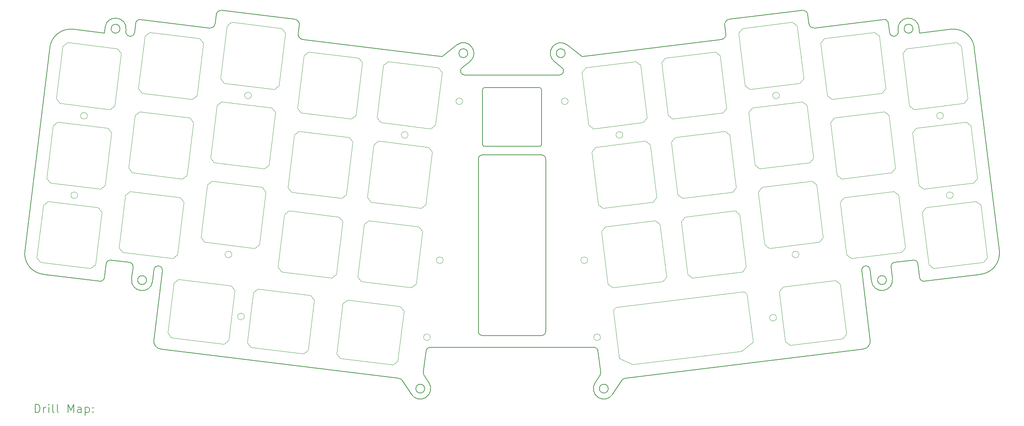
<source format=gbr>
%TF.GenerationSoftware,KiCad,Pcbnew,7.0.10-7.0.10~ubuntu23.04.1*%
%TF.CreationDate,Date%
%TF.ProjectId,plate_asym,706c6174-655f-4617-9379-6d2e6b696361,v0.1*%
%TF.SameCoordinates,Original*%
%TF.FileFunction,Drillmap*%
%TF.FilePolarity,Positive*%
%FSLAX45Y45*%
G04 Gerber Fmt 4.5, Leading zero omitted, Abs format (unit mm)*
G04 Created by KiCad*
%MOMM*%
%LPD*%
G01*
G04 APERTURE LIST*
%ADD10C,0.200000*%
%ADD11C,0.050000*%
G04 APERTURE END LIST*
D10*
X7768292Y-5899563D02*
X9505248Y-6112834D01*
X13000263Y-6996607D02*
X13352501Y-6720889D01*
X24349350Y-12254164D02*
G75*
G03*
X24460788Y-12341232I99260J12194D01*
G01*
X17344395Y-14654494D02*
X23002554Y-13959760D01*
X15313947Y-9135806D02*
X14013947Y-9135806D01*
X5019723Y-11927357D02*
X4979547Y-12254570D01*
X3086355Y-11619111D02*
G75*
G03*
X3521694Y-12176319I496255J-60949D01*
G01*
X13660987Y-7114385D02*
G75*
G03*
X13352501Y-6720889I-154247J196745D01*
G01*
X16636342Y-14759971D02*
G75*
G03*
X17055221Y-15032984I209438J-136509D01*
G01*
X13611743Y-6917636D02*
G75*
G03*
X13401743Y-6917636I-105000J0D01*
G01*
X13401743Y-6917636D02*
G75*
G03*
X13611743Y-6917636I105000J0D01*
G01*
X5131165Y-11840286D02*
G75*
G03*
X5019723Y-11927357I-12195J-99244D01*
G01*
X6155813Y-12066852D02*
X6121562Y-12345799D01*
X12273674Y-15033392D02*
X12056088Y-14699552D01*
X5574672Y-6512416D02*
X5582675Y-6513399D01*
X25807199Y-12175911D02*
G75*
G03*
X26242538Y-11618705I-60919J496261D01*
G01*
X9609729Y-6246564D02*
X9583984Y-6456240D01*
X23002554Y-13959759D02*
G75*
G03*
X23176689Y-13736877I-24374J198509D01*
G01*
X12720579Y-13914990D02*
X16608264Y-13914636D01*
X24349347Y-12254164D02*
X24309170Y-11926951D01*
X5487603Y-6400975D02*
G75*
G03*
X5574672Y-6512416I99257J-12185D01*
G01*
X6152205Y-13737283D02*
X6354315Y-12091221D01*
X5659546Y-12005918D02*
G75*
G03*
X5572472Y-11894475I-99266J12178D01*
G01*
X5625289Y-12284864D02*
X5659540Y-12005917D01*
X21720071Y-6213315D02*
G75*
G03*
X21853807Y-6317795I119129J14655D01*
G01*
X6326340Y-13960166D02*
X11984498Y-14654900D01*
X24335684Y-6303549D02*
G75*
G03*
X23836896Y-6364792I-249394J-30621D01*
G01*
X23207331Y-12345393D02*
X23173081Y-12066446D01*
X7475087Y-6318200D02*
G75*
G03*
X7608817Y-6213720I14613J119120D01*
G01*
X19640428Y-6589563D02*
G75*
G03*
X19744910Y-6455834I-14608J119093D01*
G01*
X23207335Y-12345393D02*
G75*
G03*
X23703604Y-12284458I248135J30463D01*
G01*
X14013947Y-7735806D02*
X15313947Y-7735806D01*
X9583985Y-6456240D02*
G75*
G03*
X9688465Y-6589969I119085J-14640D01*
G01*
X13477932Y-7257363D02*
G75*
G03*
X13539500Y-7436170I61558J-78807D01*
G01*
X9609728Y-6246564D02*
G75*
G03*
X9505248Y-6112834I-119118J14614D01*
G01*
X25648849Y-6783501D02*
X26242538Y-11618705D01*
X15927151Y-6917230D02*
G75*
G03*
X15717151Y-6917230I-105000J0D01*
G01*
X15717151Y-6917230D02*
G75*
G03*
X15927151Y-6917230I105000J0D01*
G01*
X15464069Y-9434813D02*
X15464069Y-13534813D01*
X13539500Y-7436170D02*
X15789529Y-7435847D01*
X24352305Y-6438942D02*
X25091641Y-6348163D01*
X15364069Y-13634813D02*
X13964069Y-13634813D01*
X13660985Y-7114383D02*
X13477930Y-7257360D01*
X5491997Y-6365198D02*
G75*
G03*
X4993213Y-6303955I-249392J30621D01*
G01*
X21853807Y-6317795D02*
X23495992Y-6116160D01*
X5625289Y-12284864D02*
G75*
G03*
X6121562Y-12345799I248137J-30467D01*
G01*
X16170920Y-6872985D02*
X16328630Y-6996201D01*
X4237252Y-6348569D02*
X4976589Y-6439348D01*
X5832901Y-6116571D02*
G75*
G03*
X5721460Y-6203634I-12191J-99249D01*
G01*
X12720579Y-13914988D02*
G75*
G03*
X12621475Y-14001701I11J-100002D01*
G01*
X23756422Y-11894072D02*
G75*
G03*
X23669354Y-12005511I12178J-99248D01*
G01*
X15976392Y-6720482D02*
X16170920Y-6872985D01*
X4237252Y-6348570D02*
G75*
G03*
X3680044Y-6783907I-60922J-496290D01*
G01*
X13864077Y-13534813D02*
G75*
G03*
X13964069Y-13634813I100023J23D01*
G01*
X19744910Y-6455834D02*
X19719165Y-6246158D01*
X23669354Y-12005511D02*
X23703604Y-12284458D01*
X23560468Y-12314926D02*
G75*
G03*
X23350468Y-12314926I-105000J0D01*
G01*
X23350468Y-12314926D02*
G75*
G03*
X23560468Y-12314926I105000J0D01*
G01*
X5832902Y-6116566D02*
X7475087Y-6318201D01*
X15363954Y-7785806D02*
G75*
G03*
X15313947Y-7735806I-50004J-4D01*
G01*
X25807199Y-12175913D02*
X24460788Y-12341232D01*
X23607431Y-6203228D02*
G75*
G03*
X23495992Y-6116160I-99251J-12182D01*
G01*
X17272806Y-14699146D02*
X17055220Y-15032986D01*
X15363947Y-7785806D02*
X15363947Y-9085806D01*
X4868105Y-12341637D02*
G75*
G03*
X4979547Y-12254570I12185J99257D01*
G01*
X5582675Y-6513397D02*
G75*
G03*
X5694116Y-6426331I12185J99257D01*
G01*
X16707385Y-14001340D02*
X16774719Y-14503251D01*
X23634779Y-6425925D02*
G75*
G03*
X23746219Y-6512993I99261J12195D01*
G01*
X13964069Y-9334813D02*
X15364069Y-9334813D01*
X16707385Y-14001340D02*
G75*
G03*
X16608264Y-13914636I-99115J-13300D01*
G01*
X19823646Y-6112429D02*
X21560602Y-5899157D01*
X12588114Y-14896882D02*
G75*
G03*
X12378114Y-14896882I-105000J0D01*
G01*
X12378114Y-14896882D02*
G75*
G03*
X12588114Y-14896882I105000J0D01*
G01*
X24191288Y-6334171D02*
G75*
G03*
X23981288Y-6334171I-105000J0D01*
G01*
X23981288Y-6334171D02*
G75*
G03*
X24191288Y-6334171I105000J0D01*
G01*
X23836896Y-6364792D02*
X23841289Y-6400569D01*
X23607433Y-6203228D02*
X23634777Y-6425925D01*
X13964069Y-9334809D02*
G75*
G03*
X13864069Y-9434813I1J-100001D01*
G01*
X25648854Y-6783501D02*
G75*
G03*
X25091641Y-6348163I-496284J-60949D01*
G01*
X12273673Y-15033389D02*
G75*
G03*
X12692555Y-14760375I209444J136503D01*
G01*
X9688465Y-6589970D02*
X13000263Y-6996607D01*
X16328630Y-6996201D02*
X19640428Y-6589564D01*
X15313947Y-9135807D02*
G75*
G03*
X15363947Y-9085806I3J49997D01*
G01*
X24309168Y-11926952D02*
G75*
G03*
X24197729Y-11839884I-99248J-12178D01*
G01*
X15464067Y-9434813D02*
G75*
G03*
X15364069Y-9334813I-99997J3D01*
G01*
X16636338Y-14759969D02*
X16759388Y-14571135D01*
X15976392Y-6720483D02*
G75*
G03*
X15667909Y-7113977I-154242J-196747D01*
G01*
X13963947Y-9085806D02*
X13963947Y-7785806D01*
X15789529Y-7435849D02*
G75*
G03*
X15851070Y-7257038I-9J99999D01*
G01*
X16950780Y-14896476D02*
G75*
G03*
X16740779Y-14896476I-105000J0D01*
G01*
X16740779Y-14896476D02*
G75*
G03*
X16950780Y-14896476I105000J0D01*
G01*
X4868105Y-12341638D02*
X3521694Y-12176319D01*
X23756422Y-11894069D02*
X24197729Y-11839884D01*
X5131165Y-11840290D02*
X5572472Y-11894475D01*
X12554177Y-14503658D02*
G75*
G03*
X12569505Y-14571541I99113J-13292D01*
G01*
X12569505Y-14571541D02*
X12692555Y-14760375D01*
X5487605Y-6400975D02*
X5491997Y-6365198D01*
X17344396Y-14654496D02*
G75*
G03*
X17272806Y-14699146I12184J-99254D01*
G01*
X21694332Y-6003638D02*
X21720076Y-6213314D01*
X23173082Y-12066442D02*
G75*
G03*
X22974578Y-12090815I-99252J-12188D01*
G01*
X24352260Y-6438580D02*
X24335681Y-6303549D01*
X16759388Y-14571135D02*
G75*
G03*
X16774719Y-14503251I-83778J54595D01*
G01*
X6152205Y-13737283D02*
G75*
G03*
X6326340Y-13960166I198505J-24377D01*
G01*
X13864069Y-13534813D02*
X13864069Y-9434813D01*
X19823646Y-6112427D02*
G75*
G03*
X19719165Y-6246158I14634J-119113D01*
G01*
X23746219Y-6512993D02*
X23754221Y-6512010D01*
X7608817Y-6213720D02*
X7634562Y-6004044D01*
X5978426Y-12315332D02*
G75*
G03*
X5768426Y-12315332I-105000J0D01*
G01*
X5768426Y-12315332D02*
G75*
G03*
X5978426Y-12315332I105000J0D01*
G01*
X12554174Y-14503657D02*
X12621475Y-14001701D01*
X5694116Y-6426331D02*
X5721460Y-6203634D01*
X12056089Y-14699551D02*
G75*
G03*
X11984498Y-14654900I-83779J-54609D01*
G01*
X15851070Y-7257038D02*
X15667909Y-7113977D01*
X13963954Y-9085806D02*
G75*
G03*
X14013947Y-9135806I49996J-4D01*
G01*
X5347605Y-6334577D02*
G75*
G03*
X5137605Y-6334577I-105000J0D01*
G01*
X5137605Y-6334577D02*
G75*
G03*
X5347605Y-6334577I105000J0D01*
G01*
X15364069Y-13634819D02*
G75*
G03*
X15464069Y-13534813I-9J100009D01*
G01*
X14013947Y-7735807D02*
G75*
G03*
X13963947Y-7785806I3J-50003D01*
G01*
X3086356Y-11619111D02*
X3680044Y-6783907D01*
X4993213Y-6303955D02*
X4976633Y-6438986D01*
X21694340Y-6003637D02*
G75*
G03*
X21560602Y-5899157I-119120J-14643D01*
G01*
X23754221Y-6512008D02*
G75*
G03*
X23841289Y-6400569I-12191J99258D01*
G01*
X22974578Y-12090815D02*
X23176689Y-13736877D01*
X6354308Y-12091220D02*
G75*
G03*
X6155813Y-12066848I-99248J12180D01*
G01*
X7768292Y-5899557D02*
G75*
G03*
X7634562Y-6004044I-14603J-119133D01*
G01*
D11*
X19960333Y-10667365D02*
X18769278Y-10813608D01*
X19960333Y-10667365D02*
X20071774Y-10754433D01*
X18682210Y-10925050D02*
X18769278Y-10813608D01*
X18682210Y-10925050D02*
X18835765Y-12175658D01*
X20225330Y-12005041D02*
X20071774Y-10754433D01*
X18835765Y-12175658D02*
X18947207Y-12262726D01*
X20138262Y-12116482D02*
X20225330Y-12005041D01*
X18947207Y-12262726D02*
X20138262Y-12116482D01*
X21793093Y-9962504D02*
X20602038Y-10108747D01*
X21793093Y-9962504D02*
X21904535Y-10049572D01*
X20514970Y-10220189D02*
X20602038Y-10108747D01*
X20514970Y-10220189D02*
X20668525Y-11470797D01*
X22058090Y-11300180D02*
X21904535Y-10049572D01*
X20668525Y-11470797D02*
X20779967Y-11557864D01*
X21971022Y-11411621D02*
X22058090Y-11300180D01*
X20779967Y-11557864D02*
X21971022Y-11411621D01*
X11544755Y-8567043D02*
X12735810Y-8713286D01*
X11544755Y-8567043D02*
X11457687Y-8455601D01*
X12847252Y-8626218D02*
X12735810Y-8713286D01*
X12847252Y-8626218D02*
X13000807Y-7375610D01*
X11611243Y-7204993D02*
X11457687Y-8455601D01*
X13000807Y-7375610D02*
X12913739Y-7264169D01*
X11722684Y-7117925D02*
X11611243Y-7204993D01*
X12913739Y-7264169D02*
X11722684Y-7117925D01*
X11312594Y-10457843D02*
X12503649Y-10604086D01*
X11312594Y-10457843D02*
X11225526Y-10346402D01*
X12615091Y-10517019D02*
X12503649Y-10604086D01*
X12615091Y-10517019D02*
X12768646Y-9266411D01*
X11379081Y-9095794D02*
X11225526Y-10346402D01*
X12768646Y-9266411D02*
X12681578Y-9154969D01*
X11490523Y-9008726D02*
X11379081Y-9095794D01*
X12681578Y-9154969D02*
X11490523Y-9008726D01*
X8517826Y-12613313D02*
X8371583Y-13804369D01*
X8517826Y-12613313D02*
X8629268Y-12526246D01*
X8458651Y-13915810D02*
X8371583Y-13804369D01*
X8458651Y-13915810D02*
X9709259Y-14069366D01*
X9879876Y-12679801D02*
X8629268Y-12526246D01*
X9709259Y-14069366D02*
X9820701Y-13982298D01*
X9966944Y-12791242D02*
X9879876Y-12679801D01*
X9820701Y-13982298D02*
X9966944Y-12791242D01*
X23741934Y-10203043D02*
X22550878Y-10349286D01*
X23741934Y-10203043D02*
X23853375Y-10290111D01*
X22463811Y-10460728D02*
X22550878Y-10349286D01*
X22463811Y-10460728D02*
X22617366Y-11711336D01*
X24006931Y-11540719D02*
X23853375Y-10290111D01*
X22617366Y-11711336D02*
X22728808Y-11798403D01*
X23919863Y-11652160D02*
X24006931Y-11540719D01*
X22728808Y-11798403D02*
X23919863Y-11652160D01*
X15996897Y-8060706D02*
G75*
G03*
X15836897Y-8060706I-80000J0D01*
G01*
X15836897Y-8060706D02*
G75*
G03*
X15996897Y-8060706I80000J0D01*
G01*
X23509773Y-8312242D02*
X22318717Y-8458486D01*
X23509773Y-8312242D02*
X23621214Y-8399310D01*
X22231650Y-8569927D02*
X22318717Y-8458486D01*
X22231650Y-8569927D02*
X22385205Y-9820535D01*
X23774770Y-9649918D02*
X23621214Y-8399310D01*
X22385205Y-9820535D02*
X22496646Y-9907603D01*
X23687702Y-9761360D02*
X23774770Y-9649918D01*
X22496646Y-9907603D02*
X23687702Y-9761360D01*
X12721814Y-13675067D02*
G75*
G03*
X12561814Y-13675067I-80000J0D01*
G01*
X12561814Y-13675067D02*
G75*
G03*
X12721814Y-13675067I80000J0D01*
G01*
X6627026Y-12381152D02*
X6480783Y-13572208D01*
X6627026Y-12381152D02*
X6738467Y-12294085D01*
X6567850Y-13683649D02*
X6480783Y-13572208D01*
X6567850Y-13683649D02*
X7818458Y-13837205D01*
X7989075Y-12447640D02*
X6738467Y-12294085D01*
X7818458Y-13837205D02*
X7929900Y-13750137D01*
X8076143Y-12559082D02*
X7989075Y-12447640D01*
X7929900Y-13750137D02*
X8076143Y-12559082D01*
X20947497Y-13211116D02*
G75*
G03*
X20787497Y-13211116I-80000J0D01*
G01*
X20787497Y-13211116D02*
G75*
G03*
X20947497Y-13211116I80000J0D01*
G01*
X24915353Y-8405144D02*
G75*
G03*
X24755353Y-8405144I-80000J0D01*
G01*
X24755353Y-8405144D02*
G75*
G03*
X24915353Y-8405144I80000J0D01*
G01*
X16766080Y-13675067D02*
G75*
G03*
X16606080Y-13675067I-80000J0D01*
G01*
X16606080Y-13675067D02*
G75*
G03*
X16766080Y-13675067I80000J0D01*
G01*
X13026675Y-11842307D02*
G75*
G03*
X12866675Y-11842307I-80000J0D01*
G01*
X12866675Y-11842307D02*
G75*
G03*
X13026675Y-11842307I80000J0D01*
G01*
X5408032Y-11652160D02*
X6599087Y-11798403D01*
X5408032Y-11652160D02*
X5320964Y-11540719D01*
X6710528Y-11711336D02*
X6599087Y-11798403D01*
X6710528Y-11711336D02*
X6864084Y-10460728D01*
X5474519Y-10290111D02*
X5320964Y-11540719D01*
X6864084Y-10460728D02*
X6777016Y-10349286D01*
X5585961Y-10203043D02*
X5474519Y-10290111D01*
X6777016Y-10349286D02*
X5585961Y-10203043D01*
X18069533Y-10899526D02*
X16878477Y-11045769D01*
X18069533Y-10899526D02*
X18180974Y-10986594D01*
X16791409Y-11157211D02*
X16878477Y-11045769D01*
X16791409Y-11157211D02*
X16944965Y-12407819D01*
X18334529Y-12237202D02*
X18180974Y-10986594D01*
X16944965Y-12407819D02*
X17056406Y-12494887D01*
X18247462Y-12348644D02*
X18334529Y-12237202D01*
X17056406Y-12494887D02*
X18247462Y-12348644D01*
X9653955Y-8334882D02*
X10845010Y-8481125D01*
X9653955Y-8334882D02*
X9566887Y-8223440D01*
X10956451Y-8394057D02*
X10845010Y-8481125D01*
X10956451Y-8394057D02*
X11110007Y-7143449D01*
X9720442Y-6972832D02*
X9566887Y-8223440D01*
X11110007Y-7143449D02*
X11022939Y-7032007D01*
X9831884Y-6885764D02*
X9720442Y-6972832D01*
X11022939Y-7032007D02*
X9831884Y-6885764D01*
X4340380Y-10295944D02*
G75*
G03*
X4180380Y-10295944I-80000J0D01*
G01*
X4180380Y-10295944D02*
G75*
G03*
X4340380Y-10295944I80000J0D01*
G01*
X11080433Y-12348644D02*
X12271488Y-12494887D01*
X11080433Y-12348644D02*
X10993365Y-12237202D01*
X12382930Y-12407819D02*
X12271488Y-12494887D01*
X12382930Y-12407819D02*
X12536485Y-11157211D01*
X11146920Y-10986594D02*
X10993365Y-12237202D01*
X12536485Y-11157211D02*
X12449417Y-11045769D01*
X11258362Y-10899526D02*
X11146920Y-10986594D01*
X12449417Y-11045769D02*
X11258362Y-10899526D01*
X10644977Y-12874494D02*
X10498734Y-14065550D01*
X10644977Y-12874494D02*
X10756418Y-12787427D01*
X10585801Y-14176991D02*
X10498734Y-14065550D01*
X10585801Y-14176991D02*
X11836409Y-14330547D01*
X12007026Y-12940982D02*
X10756418Y-12787427D01*
X11836409Y-14330547D02*
X11947851Y-14243479D01*
X12094094Y-13052424D02*
X12007026Y-12940982D01*
X11947851Y-14243479D02*
X12094094Y-13052424D01*
X3691352Y-10001899D02*
X4882407Y-10148142D01*
X3691352Y-10001899D02*
X3604284Y-9890457D01*
X4993849Y-10061074D02*
X4882407Y-10148142D01*
X4993849Y-10061074D02*
X5147404Y-8810466D01*
X3757840Y-8639849D02*
X3604284Y-9890457D01*
X5147404Y-8810466D02*
X5060337Y-8699025D01*
X3869281Y-8552782D02*
X3757840Y-8639849D01*
X5060337Y-8699025D02*
X3869281Y-8552782D01*
X23277612Y-6421442D02*
X22086556Y-6567685D01*
X23277612Y-6421442D02*
X23389053Y-6508510D01*
X21999489Y-6679127D02*
X22086556Y-6567685D01*
X21999489Y-6679127D02*
X22153044Y-7929735D01*
X23542608Y-7759118D02*
X23389053Y-6508510D01*
X22153044Y-7929735D02*
X22264485Y-8016803D01*
X23455541Y-7870559D02*
X23542608Y-7759118D01*
X22264485Y-8016803D02*
X23455541Y-7870559D01*
X25226452Y-6661981D02*
X24035397Y-6808224D01*
X25226452Y-6661981D02*
X25337894Y-6749049D01*
X23948329Y-6919666D02*
X24035397Y-6808224D01*
X23948329Y-6919666D02*
X24101885Y-8170274D01*
X25491449Y-7999657D02*
X25337894Y-6749049D01*
X24101885Y-8170274D02*
X24213326Y-8257342D01*
X25404381Y-8111098D02*
X25491449Y-7999657D01*
X24213326Y-8257342D02*
X25404381Y-8111098D01*
X5640193Y-9761360D02*
X6831248Y-9907603D01*
X5640193Y-9761360D02*
X5553125Y-9649918D01*
X6942689Y-9820535D02*
X6831248Y-9907603D01*
X6942689Y-9820535D02*
X7096245Y-8569927D01*
X5706680Y-8399310D02*
X5553125Y-9649918D01*
X7096245Y-8569927D02*
X7009177Y-8458486D01*
X5818122Y-8312242D02*
X5706680Y-8399310D01*
X7009177Y-8458486D02*
X5818122Y-8312242D01*
X3923513Y-8111098D02*
X5114568Y-8257342D01*
X3923513Y-8111098D02*
X3836445Y-7999657D01*
X5226010Y-8170274D02*
X5114568Y-8257342D01*
X5226010Y-8170274D02*
X5379565Y-6919666D01*
X3990001Y-6749049D02*
X3836445Y-7999657D01*
X5379565Y-6919666D02*
X5292498Y-6808224D01*
X4101442Y-6661981D02*
X3990001Y-6749049D01*
X5292498Y-6808224D02*
X4101442Y-6661981D01*
X5872354Y-7870559D02*
X7063409Y-8016803D01*
X5872354Y-7870559D02*
X5785286Y-7759118D01*
X7174851Y-7929735D02*
X7063409Y-8016803D01*
X7174851Y-7929735D02*
X7328406Y-6679127D01*
X5938841Y-6508510D02*
X5785286Y-7759118D01*
X7328406Y-6679127D02*
X7241338Y-6567685D01*
X6050283Y-6421442D02*
X5938841Y-6508510D01*
X7241338Y-6567685D02*
X6050283Y-6421442D01*
X7589033Y-9520821D02*
X8780089Y-9667064D01*
X7589033Y-9520821D02*
X7501966Y-9409379D01*
X8891530Y-9579996D02*
X8780089Y-9667064D01*
X8891530Y-9579996D02*
X9045086Y-8329388D01*
X7655521Y-8158771D02*
X7501966Y-9409379D01*
X9045086Y-8329388D02*
X8958018Y-8217947D01*
X7766962Y-8071703D02*
X7655521Y-8158771D01*
X8958018Y-8217947D02*
X7766962Y-8071703D01*
X25690911Y-10443261D02*
X24499856Y-10589504D01*
X25690911Y-10443261D02*
X25802353Y-10530328D01*
X24412788Y-10700945D02*
X24499856Y-10589504D01*
X24412788Y-10700945D02*
X24566344Y-11951553D01*
X25955908Y-11780936D02*
X25802353Y-10530328D01*
X24566344Y-11951553D02*
X24677785Y-12038621D01*
X25868840Y-11892378D02*
X25955908Y-11780936D01*
X24677785Y-12038621D02*
X25868840Y-11892378D01*
X16461219Y-11842307D02*
G75*
G03*
X16301219Y-11842307I-80000J0D01*
G01*
X16301219Y-11842307D02*
G75*
G03*
X16461219Y-11842307I80000J0D01*
G01*
X8470223Y-7924065D02*
G75*
G03*
X8310223Y-7924065I-80000J0D01*
G01*
X8310223Y-7924065D02*
G75*
G03*
X8470223Y-7924065I80000J0D01*
G01*
X13490998Y-8060706D02*
G75*
G03*
X13330998Y-8060706I-80000J0D01*
G01*
X13330998Y-8060706D02*
G75*
G03*
X13490998Y-8060706I80000J0D01*
G01*
X8005284Y-11705585D02*
G75*
G03*
X7845284Y-11705585I-80000J0D01*
G01*
X7845284Y-11705585D02*
G75*
G03*
X8005284Y-11705585I80000J0D01*
G01*
X21017672Y-7924065D02*
G75*
G03*
X20857672Y-7924065I-80000J0D01*
G01*
X20857672Y-7924065D02*
G75*
G03*
X21017672Y-7924065I80000J0D01*
G01*
X17294727Y-8861006D02*
G75*
G03*
X17134727Y-8861006I-80000J0D01*
G01*
X17134727Y-8861006D02*
G75*
G03*
X17294727Y-8861006I80000J0D01*
G01*
X3459808Y-11892781D02*
X4650863Y-12039024D01*
X3459808Y-11892781D02*
X3372740Y-11781340D01*
X4762305Y-11951957D02*
X4650863Y-12039024D01*
X4762305Y-11951957D02*
X4915860Y-10701349D01*
X3526295Y-10530732D02*
X3372740Y-11781340D01*
X4915860Y-10701349D02*
X4828792Y-10589907D01*
X3637737Y-10443664D02*
X3526295Y-10530732D01*
X4828792Y-10589907D02*
X3637737Y-10443664D01*
X21482610Y-11705584D02*
G75*
G03*
X21322610Y-11705584I-80000J0D01*
G01*
X21322610Y-11705584D02*
G75*
G03*
X21482610Y-11705584I80000J0D01*
G01*
X9189632Y-12116482D02*
X10380688Y-12262726D01*
X9189632Y-12116482D02*
X9102565Y-12005041D01*
X10492129Y-12175658D02*
X10380688Y-12262726D01*
X10492129Y-12175658D02*
X10645685Y-10925050D01*
X9256120Y-10754433D02*
X9102565Y-12005041D01*
X10645685Y-10925050D02*
X10558617Y-10813608D01*
X9367562Y-10667365D02*
X9256120Y-10754433D01*
X10558617Y-10813608D02*
X9367562Y-10667365D01*
X17215341Y-14180931D02*
X17079456Y-13074242D01*
X17215341Y-14180931D02*
X17535041Y-14323029D01*
X17166524Y-12962801D02*
X20144162Y-12597193D01*
X20115661Y-14006168D02*
X17535041Y-14323029D01*
X20255604Y-12684260D02*
X20391488Y-13790949D01*
X20391488Y-13790949D02*
X20115661Y-14006168D01*
X17166524Y-12962801D02*
G75*
G03*
X17079456Y-13074242I12187J-99254D01*
G01*
X20255604Y-12684260D02*
G75*
G03*
X20144162Y-12597193I-99255J-12187D01*
G01*
X7356872Y-11411621D02*
X8547928Y-11557864D01*
X7356872Y-11411621D02*
X7269804Y-11300180D01*
X8659369Y-11470797D02*
X8547928Y-11557864D01*
X8659369Y-11470797D02*
X8812925Y-10220189D01*
X7423360Y-10049572D02*
X7269804Y-11300180D01*
X8812925Y-10220189D02*
X8725857Y-10108747D01*
X7534801Y-9962504D02*
X7423360Y-10049572D01*
X8725857Y-10108747D02*
X7534801Y-9962504D01*
X25458613Y-8552782D02*
X24267558Y-8699025D01*
X25458613Y-8552782D02*
X25570055Y-8639849D01*
X24180490Y-8810466D02*
X24267558Y-8699025D01*
X24180490Y-8810466D02*
X24334046Y-10061074D01*
X25723610Y-9890457D02*
X25570055Y-8639849D01*
X24334046Y-10061074D02*
X24445487Y-10148142D01*
X25636543Y-10001899D02*
X25723610Y-9890457D01*
X24445487Y-10148142D02*
X25636543Y-10001899D01*
X17605210Y-7117925D02*
X16414155Y-7264169D01*
X17605210Y-7117925D02*
X17716652Y-7204993D01*
X16327087Y-7375610D02*
X16414155Y-7264169D01*
X16327087Y-7375610D02*
X16480643Y-8626218D01*
X17870207Y-8455601D02*
X17716652Y-7204993D01*
X16480643Y-8626218D02*
X16592084Y-8713286D01*
X17783140Y-8567043D02*
X17870207Y-8455601D01*
X16592084Y-8713286D02*
X17783140Y-8567043D01*
X8303863Y-13181725D02*
G75*
G03*
X8143863Y-13181725I-80000J0D01*
G01*
X8143863Y-13181725D02*
G75*
G03*
X8303863Y-13181725I80000J0D01*
G01*
X19728172Y-8776565D02*
X18537116Y-8922808D01*
X19728172Y-8776565D02*
X19839613Y-8863632D01*
X18450049Y-9034250D02*
X18537116Y-8922808D01*
X18450049Y-9034250D02*
X18603604Y-10284858D01*
X19993169Y-10114241D02*
X19839613Y-8863632D01*
X18603604Y-10284858D02*
X18715046Y-10371925D01*
X19906101Y-10225682D02*
X19993169Y-10114241D01*
X18715046Y-10371925D02*
X19906101Y-10225682D01*
X12193167Y-8861006D02*
G75*
G03*
X12033167Y-8861006I-80000J0D01*
G01*
X12033167Y-8861006D02*
G75*
G03*
X12193167Y-8861006I80000J0D01*
G01*
X25147514Y-10295944D02*
G75*
G03*
X24987514Y-10295944I-80000J0D01*
G01*
X24987514Y-10295944D02*
G75*
G03*
X25147514Y-10295944I80000J0D01*
G01*
X17837371Y-9008726D02*
X16646316Y-9154969D01*
X17837371Y-9008726D02*
X17948813Y-9095794D01*
X16559248Y-9266411D02*
X16646316Y-9154969D01*
X16559248Y-9266411D02*
X16712804Y-10517019D01*
X18102368Y-10346402D02*
X17948813Y-9095794D01*
X16712804Y-10517019D02*
X16824245Y-10604086D01*
X18015301Y-10457843D02*
X18102368Y-10346402D01*
X16824245Y-10604086D02*
X18015301Y-10457843D01*
X4572542Y-8405144D02*
G75*
G03*
X4412542Y-8405144I-80000J0D01*
G01*
X4412542Y-8405144D02*
G75*
G03*
X4572542Y-8405144I80000J0D01*
G01*
X21328771Y-6180903D02*
X20137716Y-6327146D01*
X21328771Y-6180903D02*
X21440212Y-6267971D01*
X20050648Y-6438588D02*
X20137716Y-6327146D01*
X20050648Y-6438588D02*
X20204203Y-7689196D01*
X21593768Y-7518579D02*
X21440212Y-6267971D01*
X20204203Y-7689196D02*
X20315645Y-7776264D01*
X21506700Y-7630020D02*
X21593768Y-7518579D01*
X20315645Y-7776264D02*
X21506700Y-7630020D01*
X19496011Y-6885764D02*
X18304955Y-7032007D01*
X19496011Y-6885764D02*
X19607452Y-6972832D01*
X18217888Y-7143449D02*
X18304955Y-7032007D01*
X18217888Y-7143449D02*
X18371443Y-8394057D01*
X19761008Y-8223440D02*
X19607452Y-6972832D01*
X18371443Y-8394057D02*
X18482885Y-8481125D01*
X19673940Y-8334882D02*
X19761008Y-8223440D01*
X18482885Y-8481125D02*
X19673940Y-8334882D01*
X21015354Y-12588151D02*
X21161597Y-13779207D01*
X21015354Y-12588151D02*
X21102422Y-12476710D01*
X21273039Y-13866274D02*
X21161597Y-13779207D01*
X21273039Y-13866274D02*
X22523647Y-13712719D01*
X22353030Y-12323154D02*
X21102422Y-12476710D01*
X22523647Y-13712719D02*
X22610715Y-13601277D01*
X22464471Y-12410222D02*
X22353030Y-12323154D01*
X22610715Y-13601277D02*
X22464471Y-12410222D01*
X7821194Y-7630020D02*
X9012250Y-7776264D01*
X7821194Y-7630020D02*
X7734127Y-7518579D01*
X9123691Y-7689196D02*
X9012250Y-7776264D01*
X9123691Y-7689196D02*
X9277247Y-6438588D01*
X7887682Y-6267971D02*
X7734127Y-7518579D01*
X9277247Y-6438588D02*
X9190179Y-6327146D01*
X7999124Y-6180903D02*
X7887682Y-6267971D01*
X9190179Y-6327146D02*
X7999124Y-6180903D01*
X9421793Y-10225682D02*
X10612849Y-10371925D01*
X9421793Y-10225682D02*
X9334726Y-10114241D01*
X10724290Y-10284858D02*
X10612849Y-10371925D01*
X10724290Y-10284858D02*
X10877846Y-9034250D01*
X9488281Y-8863632D02*
X9334726Y-10114241D01*
X10877846Y-9034250D02*
X10790778Y-8922808D01*
X9599723Y-8776565D02*
X9488281Y-8863632D01*
X10790778Y-8922808D02*
X9599723Y-8776565D01*
X21560932Y-8071703D02*
X20369877Y-8217947D01*
X21560932Y-8071703D02*
X21672374Y-8158771D01*
X20282809Y-8329388D02*
X20369877Y-8217947D01*
X20282809Y-8329388D02*
X20436364Y-9579996D01*
X21825929Y-9409379D02*
X21672374Y-8158771D01*
X20436364Y-9579996D02*
X20547806Y-9667064D01*
X21738861Y-9520821D02*
X21825929Y-9409379D01*
X20547806Y-9667064D02*
X21738861Y-9520821D01*
D10*
X3333403Y-15468369D02*
X3333403Y-15268369D01*
X3333403Y-15268369D02*
X3381022Y-15268369D01*
X3381022Y-15268369D02*
X3409593Y-15277893D01*
X3409593Y-15277893D02*
X3428641Y-15296941D01*
X3428641Y-15296941D02*
X3438165Y-15315988D01*
X3438165Y-15315988D02*
X3447689Y-15354084D01*
X3447689Y-15354084D02*
X3447689Y-15382655D01*
X3447689Y-15382655D02*
X3438165Y-15420750D01*
X3438165Y-15420750D02*
X3428641Y-15439798D01*
X3428641Y-15439798D02*
X3409593Y-15458846D01*
X3409593Y-15458846D02*
X3381022Y-15468369D01*
X3381022Y-15468369D02*
X3333403Y-15468369D01*
X3533403Y-15468369D02*
X3533403Y-15335036D01*
X3533403Y-15373131D02*
X3542927Y-15354084D01*
X3542927Y-15354084D02*
X3552450Y-15344560D01*
X3552450Y-15344560D02*
X3571498Y-15335036D01*
X3571498Y-15335036D02*
X3590546Y-15335036D01*
X3657212Y-15468369D02*
X3657212Y-15335036D01*
X3657212Y-15268369D02*
X3647689Y-15277893D01*
X3647689Y-15277893D02*
X3657212Y-15287417D01*
X3657212Y-15287417D02*
X3666736Y-15277893D01*
X3666736Y-15277893D02*
X3657212Y-15268369D01*
X3657212Y-15268369D02*
X3657212Y-15287417D01*
X3781022Y-15468369D02*
X3761974Y-15458846D01*
X3761974Y-15458846D02*
X3752450Y-15439798D01*
X3752450Y-15439798D02*
X3752450Y-15268369D01*
X3885784Y-15468369D02*
X3866736Y-15458846D01*
X3866736Y-15458846D02*
X3857212Y-15439798D01*
X3857212Y-15439798D02*
X3857212Y-15268369D01*
X4114355Y-15468369D02*
X4114355Y-15268369D01*
X4114355Y-15268369D02*
X4181022Y-15411227D01*
X4181022Y-15411227D02*
X4247689Y-15268369D01*
X4247689Y-15268369D02*
X4247689Y-15468369D01*
X4428641Y-15468369D02*
X4428641Y-15363608D01*
X4428641Y-15363608D02*
X4419117Y-15344560D01*
X4419117Y-15344560D02*
X4400070Y-15335036D01*
X4400070Y-15335036D02*
X4361974Y-15335036D01*
X4361974Y-15335036D02*
X4342927Y-15344560D01*
X4428641Y-15458846D02*
X4409593Y-15468369D01*
X4409593Y-15468369D02*
X4361974Y-15468369D01*
X4361974Y-15468369D02*
X4342927Y-15458846D01*
X4342927Y-15458846D02*
X4333403Y-15439798D01*
X4333403Y-15439798D02*
X4333403Y-15420750D01*
X4333403Y-15420750D02*
X4342927Y-15401703D01*
X4342927Y-15401703D02*
X4361974Y-15392179D01*
X4361974Y-15392179D02*
X4409593Y-15392179D01*
X4409593Y-15392179D02*
X4428641Y-15382655D01*
X4523879Y-15335036D02*
X4523879Y-15535036D01*
X4523879Y-15344560D02*
X4542927Y-15335036D01*
X4542927Y-15335036D02*
X4581022Y-15335036D01*
X4581022Y-15335036D02*
X4600070Y-15344560D01*
X4600070Y-15344560D02*
X4609593Y-15354084D01*
X4609593Y-15354084D02*
X4619117Y-15373131D01*
X4619117Y-15373131D02*
X4619117Y-15430274D01*
X4619117Y-15430274D02*
X4609593Y-15449322D01*
X4609593Y-15449322D02*
X4600070Y-15458846D01*
X4600070Y-15458846D02*
X4581022Y-15468369D01*
X4581022Y-15468369D02*
X4542927Y-15468369D01*
X4542927Y-15468369D02*
X4523879Y-15458846D01*
X4704832Y-15449322D02*
X4714355Y-15458846D01*
X4714355Y-15458846D02*
X4704832Y-15468369D01*
X4704832Y-15468369D02*
X4695308Y-15458846D01*
X4695308Y-15458846D02*
X4704832Y-15449322D01*
X4704832Y-15449322D02*
X4704832Y-15468369D01*
X4704832Y-15344560D02*
X4714355Y-15354084D01*
X4714355Y-15354084D02*
X4704832Y-15363608D01*
X4704832Y-15363608D02*
X4695308Y-15354084D01*
X4695308Y-15354084D02*
X4704832Y-15344560D01*
X4704832Y-15344560D02*
X4704832Y-15363608D01*
M02*

</source>
